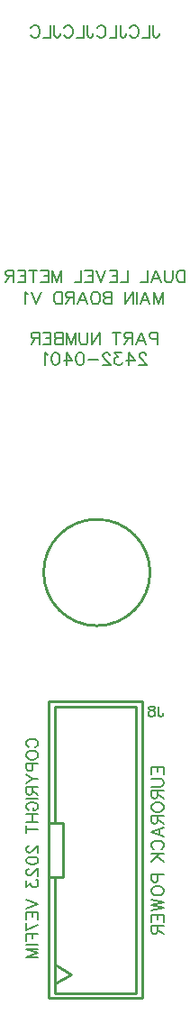
<source format=gbo>
G04 Layer: BottomSilkscreenLayer*
G04 EasyEDA v6.5.23, 2023-06-10 17:59:46*
G04 2a4cce0fd74440f1b02c58f019cbd83e,5a6b42c53f6a479593ecc07194224c93,10*
G04 Gerber Generator version 0.2*
G04 Scale: 100 percent, Rotated: No, Reflected: No *
G04 Dimensions in millimeters *
G04 leading zeros omitted , absolute positions ,4 integer and 5 decimal *
%FSLAX45Y45*%
%MOMM*%

%ADD10C,0.2032*%
%ADD11C,0.1524*%
%ADD12C,0.2540*%

%LPD*%
D10*
X1600200Y7169589D02*
G01*
X1600200Y7055045D01*
X1600200Y7169589D02*
G01*
X1551109Y7169589D01*
X1534746Y7164136D01*
X1529290Y7158682D01*
X1523837Y7147773D01*
X1523837Y7131408D01*
X1529290Y7120498D01*
X1534746Y7115045D01*
X1551109Y7109589D01*
X1600200Y7109589D01*
X1444200Y7169589D02*
G01*
X1487835Y7055045D01*
X1444200Y7169589D02*
G01*
X1400563Y7055045D01*
X1471472Y7093226D02*
G01*
X1416928Y7093226D01*
X1364564Y7169589D02*
G01*
X1364564Y7055045D01*
X1364564Y7169589D02*
G01*
X1315473Y7169589D01*
X1299110Y7164136D01*
X1293655Y7158682D01*
X1288201Y7147773D01*
X1288201Y7136864D01*
X1293655Y7125954D01*
X1299110Y7120498D01*
X1315473Y7115045D01*
X1364564Y7115045D01*
X1326382Y7115045D02*
G01*
X1288201Y7055045D01*
X1214018Y7169589D02*
G01*
X1214018Y7055045D01*
X1252199Y7169589D02*
G01*
X1175837Y7169589D01*
X1055837Y7169589D02*
G01*
X1055837Y7055045D01*
X1055837Y7169589D02*
G01*
X979474Y7055045D01*
X979474Y7169589D02*
G01*
X979474Y7055045D01*
X943472Y7169589D02*
G01*
X943472Y7087773D01*
X938019Y7071408D01*
X927110Y7060498D01*
X910747Y7055045D01*
X899838Y7055045D01*
X883472Y7060498D01*
X872566Y7071408D01*
X867110Y7087773D01*
X867110Y7169589D01*
X831110Y7169589D02*
G01*
X831110Y7055045D01*
X831110Y7169589D02*
G01*
X787473Y7055045D01*
X743838Y7169589D02*
G01*
X787473Y7055045D01*
X743838Y7169589D02*
G01*
X743838Y7055045D01*
X707837Y7169589D02*
G01*
X707837Y7055045D01*
X707837Y7169589D02*
G01*
X658746Y7169589D01*
X642383Y7164136D01*
X636930Y7158682D01*
X631474Y7147773D01*
X631474Y7136864D01*
X636930Y7125954D01*
X642383Y7120498D01*
X658746Y7115045D01*
X707837Y7115045D02*
G01*
X658746Y7115045D01*
X642383Y7109589D01*
X636930Y7104136D01*
X631474Y7093226D01*
X631474Y7076864D01*
X636930Y7065954D01*
X642383Y7060498D01*
X658746Y7055045D01*
X707837Y7055045D01*
X595475Y7169589D02*
G01*
X595475Y7055045D01*
X595475Y7169589D02*
G01*
X524565Y7169589D01*
X595475Y7115045D02*
G01*
X551837Y7115045D01*
X595475Y7055045D02*
G01*
X524565Y7055045D01*
X488566Y7169589D02*
G01*
X488566Y7055045D01*
X488566Y7169589D02*
G01*
X439475Y7169589D01*
X423110Y7164136D01*
X417657Y7158682D01*
X412201Y7147773D01*
X412201Y7136864D01*
X417657Y7125954D01*
X423110Y7120498D01*
X439475Y7115045D01*
X488566Y7115045D01*
X450385Y7115045D02*
G01*
X412201Y7055045D01*
X1558292Y10052555D02*
G01*
X1558292Y9965179D01*
X1563880Y9948923D01*
X1569214Y9943335D01*
X1580136Y9938001D01*
X1591058Y9938001D01*
X1601980Y9943335D01*
X1607568Y9948923D01*
X1612902Y9965179D01*
X1612902Y9976101D01*
X1522478Y10052555D02*
G01*
X1522478Y9938001D01*
X1522478Y9938001D02*
G01*
X1456946Y9938001D01*
X1339090Y10025123D02*
G01*
X1344424Y10036045D01*
X1355346Y10046967D01*
X1366268Y10052555D01*
X1388112Y10052555D01*
X1399034Y10046967D01*
X1409956Y10036045D01*
X1415544Y10025123D01*
X1420878Y10008867D01*
X1420878Y9981689D01*
X1415544Y9965179D01*
X1409956Y9954257D01*
X1399034Y9943335D01*
X1388112Y9938001D01*
X1366268Y9938001D01*
X1355346Y9943335D01*
X1344424Y9954257D01*
X1339090Y9965179D01*
X1248666Y10052555D02*
G01*
X1248666Y9965179D01*
X1254000Y9948923D01*
X1259334Y9943335D01*
X1270256Y9938001D01*
X1281178Y9938001D01*
X1292100Y9943335D01*
X1297688Y9948923D01*
X1303022Y9965179D01*
X1303022Y9976101D01*
X1212598Y10052555D02*
G01*
X1212598Y9938001D01*
X1212598Y9938001D02*
G01*
X1147066Y9938001D01*
X1029210Y10025123D02*
G01*
X1034798Y10036045D01*
X1045720Y10046967D01*
X1056642Y10052555D01*
X1078232Y10052555D01*
X1089154Y10046967D01*
X1100076Y10036045D01*
X1105664Y10025123D01*
X1110998Y10008867D01*
X1110998Y9981689D01*
X1105664Y9965179D01*
X1100076Y9954257D01*
X1089154Y9943335D01*
X1078232Y9938001D01*
X1056642Y9938001D01*
X1045720Y9943335D01*
X1034798Y9954257D01*
X1029210Y9965179D01*
X938786Y10052555D02*
G01*
X938786Y9965179D01*
X944120Y9948923D01*
X949708Y9943335D01*
X960630Y9938001D01*
X971552Y9938001D01*
X982474Y9943335D01*
X987808Y9948923D01*
X993142Y9965179D01*
X993142Y9976101D01*
X902718Y10052555D02*
G01*
X902718Y9938001D01*
X902718Y9938001D02*
G01*
X837186Y9938001D01*
X719330Y10025123D02*
G01*
X724918Y10036045D01*
X735840Y10046967D01*
X746762Y10052555D01*
X768606Y10052555D01*
X779528Y10046967D01*
X790450Y10036045D01*
X795784Y10025123D01*
X801372Y10008867D01*
X801372Y9981689D01*
X795784Y9965179D01*
X790450Y9954257D01*
X779528Y9943335D01*
X768606Y9938001D01*
X746762Y9938001D01*
X735840Y9943335D01*
X724918Y9954257D01*
X719330Y9965179D01*
X628906Y10052555D02*
G01*
X628906Y9965179D01*
X634240Y9948923D01*
X639828Y9943335D01*
X650750Y9938001D01*
X661672Y9938001D01*
X672594Y9943335D01*
X677928Y9948923D01*
X683516Y9965179D01*
X683516Y9976101D01*
X592838Y10052555D02*
G01*
X592838Y9938001D01*
X592838Y9938001D02*
G01*
X527560Y9938001D01*
X409704Y10025123D02*
G01*
X415038Y10036045D01*
X425960Y10046967D01*
X436882Y10052555D01*
X458726Y10052555D01*
X469648Y10046967D01*
X480570Y10036045D01*
X485904Y10025123D01*
X491492Y10008867D01*
X491492Y9981689D01*
X485904Y9965179D01*
X480570Y9954257D01*
X469648Y9943335D01*
X458726Y9938001D01*
X436882Y9938001D01*
X425960Y9943335D01*
X415038Y9954257D01*
X409704Y9965179D01*
X1651000Y7550589D02*
G01*
X1651000Y7436045D01*
X1651000Y7550589D02*
G01*
X1607362Y7436045D01*
X1563728Y7550589D02*
G01*
X1607362Y7436045D01*
X1563728Y7550589D02*
G01*
X1563728Y7436045D01*
X1484091Y7550589D02*
G01*
X1527728Y7436045D01*
X1484091Y7550589D02*
G01*
X1440454Y7436045D01*
X1511363Y7474226D02*
G01*
X1456819Y7474226D01*
X1404454Y7550589D02*
G01*
X1404454Y7436045D01*
X1368455Y7550589D02*
G01*
X1368455Y7436045D01*
X1368455Y7550589D02*
G01*
X1292090Y7436045D01*
X1292090Y7550589D02*
G01*
X1292090Y7436045D01*
X1172090Y7550589D02*
G01*
X1172090Y7436045D01*
X1172090Y7550589D02*
G01*
X1123000Y7550589D01*
X1106637Y7545136D01*
X1101183Y7539682D01*
X1095728Y7528773D01*
X1095728Y7517864D01*
X1101183Y7506954D01*
X1106637Y7501498D01*
X1123000Y7496045D01*
X1172090Y7496045D02*
G01*
X1123000Y7496045D01*
X1106637Y7490589D01*
X1101183Y7485136D01*
X1095728Y7474226D01*
X1095728Y7457864D01*
X1101183Y7446954D01*
X1106637Y7441498D01*
X1123000Y7436045D01*
X1172090Y7436045D01*
X1027000Y7550589D02*
G01*
X1037910Y7545136D01*
X1048819Y7534226D01*
X1054272Y7523317D01*
X1059728Y7506954D01*
X1059728Y7479682D01*
X1054272Y7463317D01*
X1048819Y7452408D01*
X1037910Y7441498D01*
X1027000Y7436045D01*
X1005182Y7436045D01*
X994272Y7441498D01*
X983366Y7452408D01*
X977910Y7463317D01*
X972456Y7479682D01*
X972456Y7506954D01*
X977910Y7523317D01*
X983366Y7534226D01*
X994272Y7545136D01*
X1005182Y7550589D01*
X1027000Y7550589D01*
X892820Y7550589D02*
G01*
X936454Y7436045D01*
X892820Y7550589D02*
G01*
X849182Y7436045D01*
X920092Y7474226D02*
G01*
X865548Y7474226D01*
X813183Y7550589D02*
G01*
X813183Y7436045D01*
X813183Y7550589D02*
G01*
X764092Y7550589D01*
X747730Y7545136D01*
X742274Y7539682D01*
X736820Y7528773D01*
X736820Y7517864D01*
X742274Y7506954D01*
X747730Y7501498D01*
X764092Y7496045D01*
X813183Y7496045D01*
X775002Y7496045D02*
G01*
X736820Y7436045D01*
X700819Y7550589D02*
G01*
X700819Y7436045D01*
X700819Y7550589D02*
G01*
X662637Y7550589D01*
X646275Y7545136D01*
X635365Y7534226D01*
X629912Y7523317D01*
X624456Y7506954D01*
X624456Y7479682D01*
X629912Y7463317D01*
X635365Y7452408D01*
X646275Y7441498D01*
X662637Y7436045D01*
X700819Y7436045D01*
X504456Y7550589D02*
G01*
X460819Y7436045D01*
X417184Y7550589D02*
G01*
X460819Y7436045D01*
X381185Y7528773D02*
G01*
X370276Y7534226D01*
X353910Y7550589D01*
X353910Y7436045D01*
X1493146Y6951817D02*
G01*
X1493146Y6957273D01*
X1487690Y6968182D01*
X1482237Y6973636D01*
X1471328Y6979089D01*
X1449509Y6979089D01*
X1438600Y6973636D01*
X1433146Y6968182D01*
X1427690Y6957273D01*
X1427690Y6946364D01*
X1433146Y6935454D01*
X1444053Y6919089D01*
X1498600Y6864545D01*
X1422237Y6864545D01*
X1331691Y6979089D02*
G01*
X1386235Y6902726D01*
X1304419Y6902726D01*
X1331691Y6979089D02*
G01*
X1331691Y6864545D01*
X1257510Y6979089D02*
G01*
X1197510Y6979089D01*
X1230236Y6935454D01*
X1213873Y6935454D01*
X1202964Y6929998D01*
X1197510Y6924545D01*
X1192055Y6908182D01*
X1192055Y6897273D01*
X1197510Y6880908D01*
X1208417Y6869998D01*
X1224782Y6864545D01*
X1241145Y6864545D01*
X1257510Y6869998D01*
X1262964Y6875454D01*
X1268417Y6886364D01*
X1150599Y6951817D02*
G01*
X1150599Y6957273D01*
X1145146Y6968182D01*
X1139690Y6973636D01*
X1128783Y6979089D01*
X1106965Y6979089D01*
X1096055Y6973636D01*
X1090599Y6968182D01*
X1085146Y6957273D01*
X1085146Y6946364D01*
X1090599Y6935454D01*
X1101509Y6919089D01*
X1156055Y6864545D01*
X1079690Y6864545D01*
X1043691Y6913636D02*
G01*
X945509Y6913636D01*
X876782Y6979089D02*
G01*
X893147Y6973636D01*
X904054Y6957273D01*
X909510Y6929998D01*
X909510Y6913636D01*
X904054Y6886364D01*
X893147Y6869998D01*
X876782Y6864545D01*
X865873Y6864545D01*
X849510Y6869998D01*
X838601Y6886364D01*
X833147Y6913636D01*
X833147Y6929998D01*
X838601Y6957273D01*
X849510Y6973636D01*
X865873Y6979089D01*
X876782Y6979089D01*
X742602Y6979089D02*
G01*
X797145Y6902726D01*
X715330Y6902726D01*
X742602Y6979089D02*
G01*
X742602Y6864545D01*
X646602Y6979089D02*
G01*
X662965Y6973636D01*
X673874Y6957273D01*
X679328Y6929998D01*
X679328Y6913636D01*
X673874Y6886364D01*
X662965Y6869998D01*
X646602Y6864545D01*
X635693Y6864545D01*
X619328Y6869998D01*
X608418Y6886364D01*
X602965Y6913636D01*
X602965Y6929998D01*
X608418Y6957273D01*
X619328Y6973636D01*
X635693Y6979089D01*
X646602Y6979089D01*
X566966Y6957273D02*
G01*
X556056Y6962726D01*
X539691Y6979089D01*
X539691Y6864545D01*
X1542610Y3086100D02*
G01*
X1657154Y3086100D01*
X1542610Y3086100D02*
G01*
X1542610Y3015190D01*
X1597154Y3086100D02*
G01*
X1597154Y3042462D01*
X1657154Y3086100D02*
G01*
X1657154Y3015190D01*
X1542610Y2979191D02*
G01*
X1624426Y2979191D01*
X1640791Y2973735D01*
X1651701Y2962828D01*
X1657154Y2946463D01*
X1657154Y2935554D01*
X1651701Y2919191D01*
X1640791Y2908282D01*
X1624426Y2902828D01*
X1542610Y2902828D01*
X1542610Y2866826D02*
G01*
X1657154Y2866826D01*
X1542610Y2866826D02*
G01*
X1542610Y2817736D01*
X1548063Y2801373D01*
X1553517Y2795917D01*
X1564426Y2790464D01*
X1575335Y2790464D01*
X1586245Y2795917D01*
X1591701Y2801373D01*
X1597154Y2817736D01*
X1597154Y2866826D01*
X1597154Y2828645D02*
G01*
X1657154Y2790464D01*
X1542610Y2721737D02*
G01*
X1548063Y2732646D01*
X1558973Y2743555D01*
X1569882Y2749008D01*
X1586245Y2754464D01*
X1613517Y2754464D01*
X1629882Y2749008D01*
X1640791Y2743555D01*
X1651701Y2732646D01*
X1657154Y2721737D01*
X1657154Y2699918D01*
X1651701Y2689009D01*
X1640791Y2678099D01*
X1629882Y2672646D01*
X1613517Y2667190D01*
X1586245Y2667190D01*
X1569882Y2672646D01*
X1558973Y2678099D01*
X1548063Y2689009D01*
X1542610Y2699918D01*
X1542610Y2721737D01*
X1542610Y2631191D02*
G01*
X1657154Y2631191D01*
X1542610Y2631191D02*
G01*
X1542610Y2582100D01*
X1548063Y2565737D01*
X1553517Y2560281D01*
X1564426Y2554828D01*
X1575335Y2554828D01*
X1586245Y2560281D01*
X1591701Y2565737D01*
X1597154Y2582100D01*
X1597154Y2631191D01*
X1597154Y2593009D02*
G01*
X1657154Y2554828D01*
X1542610Y2475191D02*
G01*
X1657154Y2518829D01*
X1542610Y2475191D02*
G01*
X1657154Y2431554D01*
X1618973Y2502463D02*
G01*
X1618973Y2447919D01*
X1569882Y2313736D02*
G01*
X1558973Y2319192D01*
X1548063Y2330102D01*
X1542610Y2341011D01*
X1542610Y2362829D01*
X1548063Y2373736D01*
X1558973Y2384645D01*
X1569882Y2390101D01*
X1586245Y2395555D01*
X1613517Y2395555D01*
X1629882Y2390101D01*
X1640791Y2384645D01*
X1651701Y2373736D01*
X1657154Y2362829D01*
X1657154Y2341011D01*
X1651701Y2330102D01*
X1640791Y2319192D01*
X1629882Y2313736D01*
X1542610Y2277737D02*
G01*
X1657154Y2277737D01*
X1542610Y2201374D02*
G01*
X1618973Y2277737D01*
X1591701Y2250465D02*
G01*
X1657154Y2201374D01*
X1542610Y2081375D02*
G01*
X1657154Y2081375D01*
X1542610Y2081375D02*
G01*
X1542610Y2032284D01*
X1548063Y2015919D01*
X1553517Y2010465D01*
X1564426Y2005012D01*
X1580791Y2005012D01*
X1591701Y2010465D01*
X1597154Y2015919D01*
X1602610Y2032284D01*
X1602610Y2081375D01*
X1542610Y1936285D02*
G01*
X1548063Y1947191D01*
X1558973Y1958101D01*
X1569882Y1963557D01*
X1586245Y1969010D01*
X1613517Y1969010D01*
X1629882Y1963557D01*
X1640791Y1958101D01*
X1651701Y1947191D01*
X1657154Y1936285D01*
X1657154Y1914466D01*
X1651701Y1903557D01*
X1640791Y1892647D01*
X1629882Y1887192D01*
X1613517Y1881738D01*
X1586245Y1881738D01*
X1569882Y1887192D01*
X1558973Y1892647D01*
X1548063Y1903557D01*
X1542610Y1914466D01*
X1542610Y1936285D01*
X1542610Y1845739D02*
G01*
X1657154Y1818467D01*
X1542610Y1791192D02*
G01*
X1657154Y1818467D01*
X1542610Y1791192D02*
G01*
X1657154Y1763920D01*
X1542610Y1736648D02*
G01*
X1657154Y1763920D01*
X1542610Y1700649D02*
G01*
X1657154Y1700649D01*
X1542610Y1700649D02*
G01*
X1542610Y1629740D01*
X1597154Y1700649D02*
G01*
X1597154Y1657012D01*
X1657154Y1700649D02*
G01*
X1657154Y1629740D01*
X1542610Y1593738D02*
G01*
X1657154Y1593738D01*
X1542610Y1593738D02*
G01*
X1542610Y1544647D01*
X1548063Y1528284D01*
X1553517Y1522831D01*
X1564426Y1517375D01*
X1575335Y1517375D01*
X1586245Y1522831D01*
X1591701Y1528284D01*
X1597154Y1544647D01*
X1597154Y1593738D01*
X1597154Y1555556D02*
G01*
X1657154Y1517375D01*
D11*
X393237Y3274867D02*
G01*
X382846Y3280064D01*
X372455Y3290455D01*
X367261Y3300844D01*
X367261Y3321626D01*
X372455Y3332017D01*
X382846Y3342408D01*
X393237Y3347605D01*
X408825Y3352800D01*
X434802Y3352800D01*
X450387Y3347605D01*
X460778Y3342408D01*
X471170Y3332017D01*
X476364Y3321626D01*
X476364Y3300844D01*
X471170Y3290455D01*
X460778Y3280064D01*
X450387Y3274867D01*
X367261Y3209404D02*
G01*
X372455Y3219795D01*
X382846Y3230186D01*
X393237Y3235383D01*
X408825Y3240577D01*
X434802Y3240577D01*
X450387Y3235383D01*
X460778Y3230186D01*
X471170Y3219795D01*
X476364Y3209404D01*
X476364Y3188624D01*
X471170Y3178233D01*
X460778Y3167842D01*
X450387Y3162645D01*
X434802Y3157451D01*
X408825Y3157451D01*
X393237Y3162645D01*
X382846Y3167842D01*
X372455Y3178233D01*
X367261Y3188624D01*
X367261Y3209404D01*
X367261Y3123161D02*
G01*
X476364Y3123161D01*
X367261Y3123161D02*
G01*
X367261Y3076402D01*
X372455Y3060814D01*
X377652Y3055620D01*
X388043Y3050425D01*
X403628Y3050425D01*
X414020Y3055620D01*
X419214Y3060814D01*
X424411Y3076402D01*
X424411Y3123161D01*
X367261Y3016135D02*
G01*
X419214Y2974571D01*
X476364Y2974571D01*
X367261Y2933006D02*
G01*
X419214Y2974571D01*
X367261Y2898716D02*
G01*
X476364Y2898716D01*
X367261Y2898716D02*
G01*
X367261Y2851957D01*
X372455Y2836372D01*
X377652Y2831175D01*
X388043Y2825981D01*
X398434Y2825981D01*
X408825Y2831175D01*
X414020Y2836372D01*
X419214Y2851957D01*
X419214Y2898716D01*
X419214Y2862348D02*
G01*
X476364Y2825981D01*
X367261Y2791691D02*
G01*
X476364Y2791691D01*
X393237Y2679468D02*
G01*
X382846Y2684665D01*
X372455Y2695054D01*
X367261Y2705445D01*
X367261Y2726227D01*
X372455Y2736618D01*
X382846Y2747010D01*
X393237Y2752204D01*
X408825Y2757401D01*
X434802Y2757401D01*
X450387Y2752204D01*
X460778Y2747010D01*
X471170Y2736618D01*
X476364Y2726227D01*
X476364Y2705445D01*
X471170Y2695054D01*
X460778Y2684665D01*
X450387Y2679468D01*
X434802Y2679468D01*
X434802Y2705445D02*
G01*
X434802Y2679468D01*
X367261Y2645178D02*
G01*
X476364Y2645178D01*
X367261Y2572443D02*
G01*
X476364Y2572443D01*
X419214Y2645178D02*
G01*
X419214Y2572443D01*
X367261Y2501785D02*
G01*
X476364Y2501785D01*
X367261Y2538153D02*
G01*
X367261Y2465415D01*
X393237Y2345921D02*
G01*
X388043Y2345921D01*
X377652Y2340724D01*
X372455Y2335529D01*
X367261Y2325138D01*
X367261Y2304356D01*
X372455Y2293965D01*
X377652Y2288771D01*
X388043Y2283574D01*
X398434Y2283574D01*
X408825Y2288771D01*
X424411Y2299162D01*
X476364Y2351115D01*
X476364Y2278379D01*
X367261Y2212916D02*
G01*
X372455Y2228504D01*
X388043Y2238895D01*
X414020Y2244089D01*
X429605Y2244089D01*
X455584Y2238895D01*
X471170Y2228504D01*
X476364Y2212916D01*
X476364Y2202525D01*
X471170Y2186939D01*
X455584Y2176548D01*
X429605Y2171354D01*
X414020Y2171354D01*
X388043Y2176548D01*
X372455Y2186939D01*
X367261Y2202525D01*
X367261Y2212916D01*
X393237Y2131867D02*
G01*
X388043Y2131867D01*
X377652Y2126673D01*
X372455Y2121476D01*
X367261Y2111085D01*
X367261Y2090305D01*
X372455Y2079914D01*
X377652Y2074717D01*
X388043Y2069523D01*
X398434Y2069523D01*
X408825Y2074717D01*
X424411Y2085108D01*
X476364Y2137064D01*
X476364Y2064326D01*
X367261Y2019645D02*
G01*
X367261Y1962495D01*
X408825Y1993668D01*
X408825Y1978083D01*
X414020Y1967692D01*
X419214Y1962495D01*
X434802Y1957301D01*
X445193Y1957301D01*
X460778Y1962495D01*
X471170Y1972886D01*
X476364Y1988474D01*
X476364Y2004060D01*
X471170Y2019645D01*
X465975Y2024842D01*
X455584Y2030036D01*
X367261Y1843001D02*
G01*
X476364Y1801436D01*
X367261Y1759874D02*
G01*
X476364Y1801436D01*
X367261Y1725584D02*
G01*
X476364Y1725584D01*
X367261Y1725584D02*
G01*
X367261Y1658043D01*
X419214Y1725584D02*
G01*
X419214Y1684020D01*
X476364Y1725584D02*
G01*
X476364Y1658043D01*
X367261Y1551015D02*
G01*
X476364Y1602971D01*
X367261Y1623753D02*
G01*
X367261Y1551015D01*
X367261Y1516725D02*
G01*
X476364Y1516725D01*
X367261Y1516725D02*
G01*
X367261Y1449184D01*
X419214Y1516725D02*
G01*
X419214Y1475163D01*
X367261Y1414894D02*
G01*
X476364Y1414894D01*
X367261Y1380604D02*
G01*
X476364Y1380604D01*
X367261Y1380604D02*
G01*
X476364Y1339042D01*
X367261Y1297477D02*
G01*
X476364Y1339042D01*
X367261Y1297477D02*
G01*
X476364Y1297477D01*
D10*
X1854200Y7753789D02*
G01*
X1854200Y7639245D01*
X1854200Y7753789D02*
G01*
X1816018Y7753789D01*
X1799653Y7748336D01*
X1788746Y7737426D01*
X1783290Y7726517D01*
X1777837Y7710154D01*
X1777837Y7682882D01*
X1783290Y7666517D01*
X1788746Y7655608D01*
X1799653Y7644698D01*
X1816018Y7639245D01*
X1854200Y7639245D01*
X1741835Y7753789D02*
G01*
X1741835Y7671973D01*
X1736382Y7655608D01*
X1725472Y7644698D01*
X1709110Y7639245D01*
X1698200Y7639245D01*
X1681835Y7644698D01*
X1670928Y7655608D01*
X1665472Y7671973D01*
X1665472Y7753789D01*
X1585836Y7753789D02*
G01*
X1629473Y7639245D01*
X1585836Y7753789D02*
G01*
X1542201Y7639245D01*
X1613110Y7677426D02*
G01*
X1558564Y7677426D01*
X1506199Y7753789D02*
G01*
X1506199Y7639245D01*
X1506199Y7639245D02*
G01*
X1440746Y7639245D01*
X1320746Y7753789D02*
G01*
X1320746Y7639245D01*
X1320746Y7639245D02*
G01*
X1255290Y7639245D01*
X1219291Y7753789D02*
G01*
X1219291Y7639245D01*
X1219291Y7753789D02*
G01*
X1148382Y7753789D01*
X1219291Y7699245D02*
G01*
X1175656Y7699245D01*
X1219291Y7639245D02*
G01*
X1148382Y7639245D01*
X1112382Y7753789D02*
G01*
X1068748Y7639245D01*
X1025110Y7753789D02*
G01*
X1068748Y7639245D01*
X989111Y7753789D02*
G01*
X989111Y7639245D01*
X989111Y7753789D02*
G01*
X918202Y7753789D01*
X989111Y7699245D02*
G01*
X945474Y7699245D01*
X989111Y7639245D02*
G01*
X918202Y7639245D01*
X882202Y7753789D02*
G01*
X882202Y7639245D01*
X882202Y7639245D02*
G01*
X816747Y7639245D01*
X696747Y7753789D02*
G01*
X696747Y7639245D01*
X696747Y7753789D02*
G01*
X653112Y7639245D01*
X609475Y7753789D02*
G01*
X653112Y7639245D01*
X609475Y7753789D02*
G01*
X609475Y7639245D01*
X573476Y7753789D02*
G01*
X573476Y7639245D01*
X573476Y7753789D02*
G01*
X502566Y7753789D01*
X573476Y7699245D02*
G01*
X529838Y7699245D01*
X573476Y7639245D02*
G01*
X502566Y7639245D01*
X428383Y7753789D02*
G01*
X428383Y7639245D01*
X466567Y7753789D02*
G01*
X390202Y7753789D01*
X354203Y7753789D02*
G01*
X354203Y7639245D01*
X354203Y7753789D02*
G01*
X283293Y7753789D01*
X354203Y7699245D02*
G01*
X310565Y7699245D01*
X354203Y7639245D02*
G01*
X283293Y7639245D01*
X247294Y7753789D02*
G01*
X247294Y7639245D01*
X247294Y7753789D02*
G01*
X198203Y7753789D01*
X181838Y7748336D01*
X176385Y7742882D01*
X170931Y7731973D01*
X170931Y7721064D01*
X176385Y7710154D01*
X181838Y7704698D01*
X198203Y7699245D01*
X247294Y7699245D01*
X209113Y7699245D02*
G01*
X170931Y7639245D01*
D11*
X1605546Y3656909D02*
G01*
X1605546Y3584181D01*
X1610090Y3570546D01*
X1614637Y3565999D01*
X1623728Y3561453D01*
X1632818Y3561453D01*
X1641909Y3565999D01*
X1646453Y3570546D01*
X1651000Y3584181D01*
X1651000Y3593271D01*
X1552818Y3656909D02*
G01*
X1566453Y3652362D01*
X1571000Y3643271D01*
X1571000Y3634181D01*
X1566453Y3625090D01*
X1557362Y3620546D01*
X1539181Y3615999D01*
X1525546Y3611453D01*
X1516453Y3602362D01*
X1511909Y3593271D01*
X1511909Y3579637D01*
X1516453Y3570546D01*
X1521000Y3565999D01*
X1534637Y3561453D01*
X1552818Y3561453D01*
X1566453Y3565999D01*
X1571000Y3570546D01*
X1575546Y3579637D01*
X1575546Y3593271D01*
X1571000Y3602362D01*
X1561909Y3611453D01*
X1548272Y3615999D01*
X1530090Y3620546D01*
X1521000Y3625090D01*
X1516453Y3634181D01*
X1516453Y3643271D01*
X1521000Y3652362D01*
X1534637Y3656909D01*
X1552818Y3656909D01*
D12*
X633872Y1058423D02*
G01*
X787400Y1143000D01*
X633872Y1236223D01*
X1455999Y915405D02*
G01*
X1455999Y3707396D01*
X1455999Y3707394D02*
G01*
X576000Y3707396D01*
X576000Y3707396D02*
G01*
X576000Y915405D01*
X576000Y915405D02*
G01*
X1455999Y915405D01*
X584200Y2057400D02*
G01*
X711200Y2057400D01*
X711200Y2565400D01*
X584200Y2565400D01*
X635000Y965200D02*
G01*
X1397000Y965200D01*
X1397000Y3657600D01*
X635000Y3657600D01*
X635000Y2565400D01*
X635000Y2057400D02*
G01*
X635000Y965200D01*
G75*
G01
X1528699Y4914900D02*
G03X1528699Y4914900I-499999J0D01*
M02*

</source>
